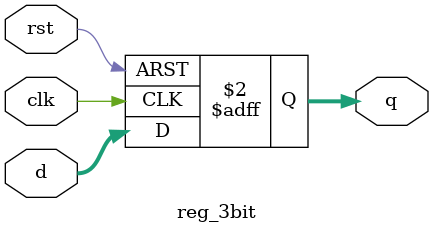
<source format=v>
`timescale 1ns / 1ps


module reg_3bit (
    input  wire       clk,
    input  wire       rst,   // active high synchronous reset
    input  wire [2:0] d,       // 2-bit input
    output reg  [2:0] q        // 2-bit output
);

always @(posedge clk or posedge rst) begin
    if (rst)
        q <= 3'b000;      // reset value
    else
        q <= d;          // store new value
end

endmodule
</source>
